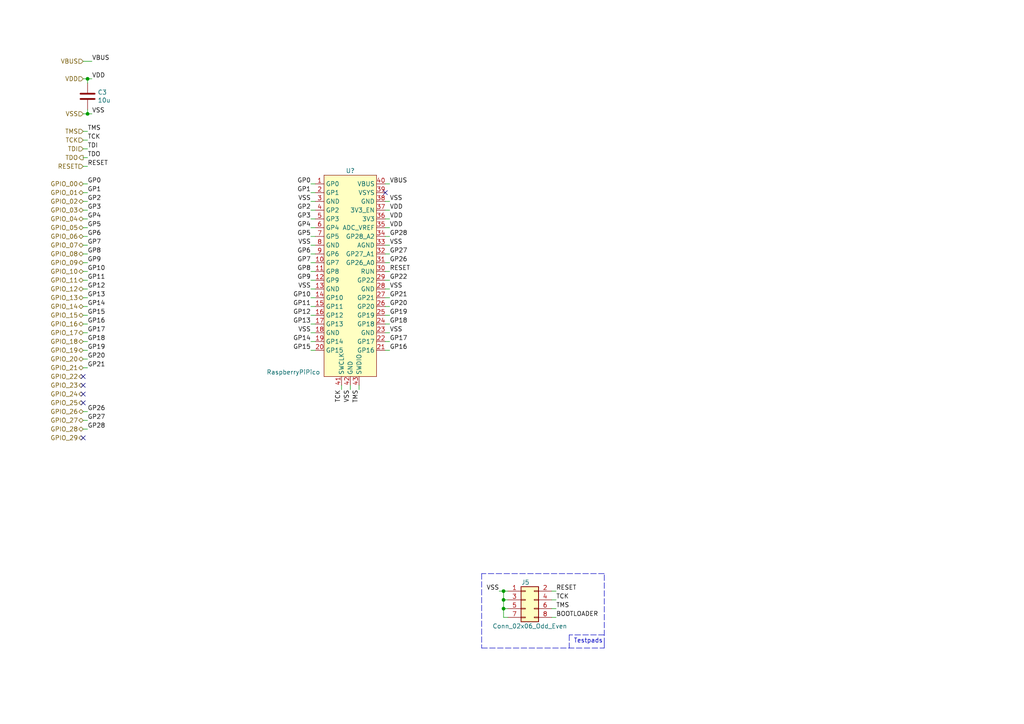
<source format=kicad_sch>
(kicad_sch (version 20211123) (generator eeschema)
  (paper "A4")
  (lib_symbols
    (symbol "Connector_Generic:Conn_02x04_Odd_Even" (pin_names (offset 1.016) hide)
      (property "Reference" "J" (at 1.27 5.08 0))
      (property "Value" "Conn_02x04_Odd_Even" (at 1.27 -7.62 0))
      (symbol "Conn_02x04_Odd_Even_1_1"
        (rectangle (start -1.27 -4.953) (end 0 -5.207) (stroke (width 0.1524)))
        (rectangle (start -1.27 -2.413) (end 0 -2.667) (stroke (width 0.1524)))
        (rectangle (start -1.27 0.127) (end 0 -0.127) (stroke (width 0.1524)))
        (rectangle (start -1.27 2.667) (end 0 2.413) (stroke (width 0.1524)))
        (rectangle (start -1.27 3.81) (end 3.81 -6.35) (stroke (width 0.254)) (fill (type background)))
        (rectangle (start 3.81 -4.953) (end 2.54 -5.207) (stroke (width 0.1524)))
        (rectangle (start 3.81 -2.413) (end 2.54 -2.667) (stroke (width 0.1524)))
        (rectangle (start 3.81 0.127) (end 2.54 -0.127) (stroke (width 0.1524)))
        (rectangle (start 3.81 2.667) (end 2.54 2.413) (stroke (width 0.1524)))
        (pin passive line (at -5.08 2.54 0) (length 3.81) (name "Pin_1") (number "1"))
        (pin passive line (at 7.62 2.54 180) (length 3.81) (name "Pin_2") (number "2"))
        (pin passive line (at -5.08 0 0) (length 3.81) (name "Pin_3") (number "3"))
        (pin passive line (at 7.62 0 180) (length 3.81) (name "Pin_4") (number "4"))
        (pin passive line (at -5.08 -2.54 0) (length 3.81) (name "Pin_5") (number "5"))
        (pin passive line (at 7.62 -2.54 180) (length 3.81) (name "Pin_6") (number "6"))
        (pin passive line (at -5.08 -5.08 0) (length 3.81) (name "Pin_7") (number "7"))
        (pin passive line (at 7.62 -5.08 180) (length 3.81) (name "Pin_8") (number "8"))
      )
    )
    (symbol "Device:C" (pin_numbers hide) (pin_names (offset 0.254))
      (property "Reference" "C" (at 0.635 2.54 0))
      (property "Value" "C" (at 0.635 -2.54 0))
      (symbol "C_0_1"
        (polyline (pts (xy -2.032 -0.762) (xy 2.032 -0.762)) (stroke (width 0.508)))
        (polyline (pts (xy -2.032 0.762) (xy 2.032 0.762)) (stroke (width 0.508)))
      )
      (symbol "C_1_1"
        (pin passive line (at 0 3.81 270) (length 2.794) (name "~") (number "1"))
        (pin passive line (at 0 -3.81 90) (length 2.794) (name "~") (number "2"))
      )
    )
    (symbol "SquantorModules:RaspberryPiPico"
      (property "Reference" "U" (at 0 27.94 0))
      (property "Value" "RaspberryPiPico" (at -16.51 -30.48 0))
      (symbol "RaspberryPiPico_0_1"
        (rectangle (start -7.62 26.67) (end 7.62 -31.75) (fill (type background)))
      )
      (symbol "RaspberryPiPico_1_1"
        (pin bidirectional line (at -10.16 24.13 0) (length 2.54) (name "GP0") (number "1"))
        (pin bidirectional line (at -10.16 1.27 0) (length 2.54) (name "GP7") (number "10"))
        (pin bidirectional line (at -10.16 -1.27 0) (length 2.54) (name "GP8") (number "11"))
        (pin bidirectional line (at -10.16 -3.81 0) (length 2.54) (name "GP9") (number "12"))
        (pin power_in line (at -10.16 -6.35 0) (length 2.54) (name "GND") (number "13"))
        (pin bidirectional line (at -10.16 -8.89 0) (length 2.54) (name "GP10") (number "14"))
        (pin bidirectional line (at -10.16 -11.43 0) (length 2.54) (name "GP11") (number "15"))
        (pin bidirectional line (at -10.16 -13.97 0) (length 2.54) (name "GP12") (number "16"))
        (pin bidirectional line (at -10.16 -16.51 0) (length 2.54) (name "GP13") (number "17"))
        (pin power_in line (at -10.16 -19.05 0) (length 2.54) (name "GND") (number "18"))
        (pin bidirectional line (at -10.16 -21.59 0) (length 2.54) (name "GP14") (number "19"))
        (pin bidirectional line (at -10.16 21.59 0) (length 2.54) (name "GP1") (number "2"))
        (pin bidirectional line (at -10.16 -24.13 0) (length 2.54) (name "GP15") (number "20"))
        (pin bidirectional line (at 10.16 -24.13 180) (length 2.54) (name "GP16") (number "21"))
        (pin bidirectional line (at 10.16 -21.59 180) (length 2.54) (name "GP17") (number "22"))
        (pin power_in line (at 10.16 -19.05 180) (length 2.54) (name "GND") (number "23"))
        (pin bidirectional line (at 10.16 -16.51 180) (length 2.54) (name "GP18") (number "24"))
        (pin bidirectional line (at 10.16 -13.97 180) (length 2.54) (name "GP19") (number "25"))
        (pin bidirectional line (at 10.16 -11.43 180) (length 2.54) (name "GP20") (number "26"))
        (pin bidirectional line (at 10.16 -8.89 180) (length 2.54) (name "GP21") (number "27"))
        (pin power_in line (at 10.16 -6.35 180) (length 2.54) (name "GND") (number "28"))
        (pin bidirectional line (at 10.16 -3.81 180) (length 2.54) (name "GP22") (number "29"))
        (pin power_in line (at -10.16 19.05 0) (length 2.54) (name "GND") (number "3"))
        (pin input line (at 10.16 -1.27 180) (length 2.54) (name "RUN") (number "30"))
        (pin bidirectional line (at 10.16 1.27 180) (length 2.54) (name "GP26_A0") (number "31"))
        (pin bidirectional line (at 10.16 3.81 180) (length 2.54) (name "GP27_A1") (number "32"))
        (pin power_in line (at 10.16 6.35 180) (length 2.54) (name "AGND") (number "33"))
        (pin bidirectional line (at 10.16 8.89 180) (length 2.54) (name "GP28_A2") (number "34"))
        (pin power_out line (at 10.16 11.43 180) (length 2.54) (name "ADC_VREF") (number "35"))
        (pin power_out line (at 10.16 13.97 180) (length 2.54) (name "3V3") (number "36"))
        (pin input line (at 10.16 16.51 180) (length 2.54) (name "3V3_EN") (number "37"))
        (pin power_out line (at 10.16 19.05 180) (length 2.54) (name "GND") (number "38"))
        (pin power_out line (at 10.16 21.59 180) (length 2.54) (name "VSYS") (number "39"))
        (pin bidirectional line (at -10.16 16.51 0) (length 2.54) (name "GP2") (number "4"))
        (pin power_out line (at 10.16 24.13 180) (length 2.54) (name "VBUS") (number "40"))
        (pin input line (at -2.54 -34.29 90) (length 2.54) (name "SWCLK") (number "41"))
        (pin power_in line (at 0 -34.29 90) (length 2.54) (name "GND") (number "42"))
        (pin bidirectional line (at 2.54 -34.29 90) (length 2.54) (name "SWDIO") (number "43"))
        (pin bidirectional line (at -10.16 13.97 0) (length 2.54) (name "GP3") (number "5"))
        (pin bidirectional line (at -10.16 11.43 0) (length 2.54) (name "GP4") (number "6"))
        (pin bidirectional line (at -10.16 8.89 0) (length 2.54) (name "GP5") (number "7"))
        (pin power_in line (at -10.16 6.35 0) (length 2.54) (name "GND") (number "8"))
        (pin bidirectional line (at -10.16 3.81 0) (length 2.54) (name "GP6") (number "9"))
      )
    )
  )
  (junction (at 146.05 171.45))
  (junction (at 146.05 173.99))
  (junction (at 146.05 176.53))
  (junction (at 25.4 33.02))
  (junction (at 25.4 22.86))
  (no_connect (at 24.13 109.22))
  (no_connect (at 111.76 55.88))
  (no_connect (at 24.13 116.84))
  (no_connect (at 24.13 111.76))
  (no_connect (at 24.13 127))
  (no_connect (at 24.13 114.3))
  (wire (pts (xy 111.76 76.2) (xy 113.03 76.2)))
  (wire (pts (xy 24.13 58.42) (xy 25.4 58.42)))
  (wire (pts (xy 146.05 171.45) (xy 147.32 171.45)))
  (wire (pts (xy 90.17 86.36) (xy 91.44 86.36)))
  (wire (pts (xy 111.76 71.12) (xy 113.03 71.12)))
  (wire (pts (xy 111.76 73.66) (xy 113.03 73.66)))
  (wire (pts (xy 24.13 104.14) (xy 25.4 104.14)))
  (polyline (pts (xy 175.26 186.69) (xy 175.26 187.96)))
  (wire (pts (xy 24.13 17.78) (xy 26.67 17.78)))
  (wire (pts (xy 160.02 171.45) (xy 161.29 171.45)))
  (wire (pts (xy 90.17 93.98) (xy 91.44 93.98)))
  (wire (pts (xy 24.13 99.06) (xy 25.4 99.06)))
  (polyline (pts (xy 139.7 187.96) (xy 175.26 187.96)))
  (wire (pts (xy 25.4 33.02) (xy 25.4 31.75)))
  (wire (pts (xy 111.76 88.9) (xy 113.03 88.9)))
  (wire (pts (xy 111.76 78.74) (xy 113.03 78.74)))
  (wire (pts (xy 111.76 81.28) (xy 113.03 81.28)))
  (wire (pts (xy 24.13 60.96) (xy 25.4 60.96)))
  (wire (pts (xy 24.13 38.1) (xy 25.4 38.1)))
  (wire (pts (xy 24.13 93.98) (xy 25.4 93.98)))
  (wire (pts (xy 90.17 60.96) (xy 91.44 60.96)))
  (wire (pts (xy 24.13 33.02) (xy 25.4 33.02)))
  (wire (pts (xy 111.76 68.58) (xy 113.03 68.58)))
  (wire (pts (xy 90.17 99.06) (xy 91.44 99.06)))
  (wire (pts (xy 146.05 176.53) (xy 146.05 179.07)))
  (wire (pts (xy 90.17 73.66) (xy 91.44 73.66)))
  (polyline (pts (xy 175.26 166.37) (xy 139.7 166.37)))
  (wire (pts (xy 24.13 63.5) (xy 25.4 63.5)))
  (wire (pts (xy 26.67 22.86) (xy 25.4 22.86)))
  (wire (pts (xy 24.13 121.92) (xy 25.4 121.92)))
  (wire (pts (xy 24.13 73.66) (xy 25.4 73.66)))
  (wire (pts (xy 24.13 88.9) (xy 25.4 88.9)))
  (wire (pts (xy 24.13 96.52) (xy 25.4 96.52)))
  (polyline (pts (xy 139.7 166.37) (xy 139.7 187.96)))
  (wire (pts (xy 111.76 66.04) (xy 113.03 66.04)))
  (wire (pts (xy 24.13 81.28) (xy 25.4 81.28)))
  (wire (pts (xy 160.02 179.07) (xy 161.29 179.07)))
  (wire (pts (xy 24.13 124.46) (xy 25.4 124.46)))
  (wire (pts (xy 111.76 101.6) (xy 113.03 101.6)))
  (wire (pts (xy 111.76 91.44) (xy 113.03 91.44)))
  (wire (pts (xy 99.06 111.76) (xy 99.06 113.03)))
  (wire (pts (xy 24.13 119.38) (xy 25.4 119.38)))
  (wire (pts (xy 90.17 76.2) (xy 91.44 76.2)))
  (wire (pts (xy 24.13 86.36) (xy 25.4 86.36)))
  (wire (pts (xy 146.05 173.99) (xy 146.05 176.53)))
  (wire (pts (xy 111.76 96.52) (xy 113.03 96.52)))
  (wire (pts (xy 24.13 53.34) (xy 25.4 53.34)))
  (polyline (pts (xy 175.26 184.15) (xy 165.1 184.15)))
  (wire (pts (xy 25.4 45.72) (xy 24.13 45.72)))
  (wire (pts (xy 90.17 91.44) (xy 91.44 91.44)))
  (wire (pts (xy 90.17 81.28) (xy 91.44 81.28)))
  (wire (pts (xy 24.13 91.44) (xy 25.4 91.44)))
  (wire (pts (xy 25.4 22.86) (xy 25.4 24.13)))
  (wire (pts (xy 90.17 88.9) (xy 91.44 88.9)))
  (wire (pts (xy 111.76 99.06) (xy 113.03 99.06)))
  (wire (pts (xy 26.67 33.02) (xy 25.4 33.02)))
  (wire (pts (xy 160.02 176.53) (xy 161.29 176.53)))
  (wire (pts (xy 90.17 58.42) (xy 91.44 58.42)))
  (wire (pts (xy 24.13 78.74) (xy 25.4 78.74)))
  (polyline (pts (xy 175.26 186.69) (xy 175.26 166.37)))
  (wire (pts (xy 111.76 63.5) (xy 113.03 63.5)))
  (wire (pts (xy 90.17 66.04) (xy 91.44 66.04)))
  (wire (pts (xy 90.17 68.58) (xy 91.44 68.58)))
  (wire (pts (xy 25.4 40.64) (xy 24.13 40.64)))
  (wire (pts (xy 104.14 111.76) (xy 104.14 113.03)))
  (wire (pts (xy 144.78 171.45) (xy 146.05 171.45)))
  (wire (pts (xy 24.13 106.68) (xy 25.4 106.68)))
  (wire (pts (xy 90.17 53.34) (xy 91.44 53.34)))
  (wire (pts (xy 160.02 173.99) (xy 161.29 173.99)))
  (wire (pts (xy 111.76 83.82) (xy 113.03 83.82)))
  (wire (pts (xy 24.13 48.26) (xy 25.4 48.26)))
  (wire (pts (xy 101.6 111.76) (xy 101.6 113.03)))
  (wire (pts (xy 24.13 68.58) (xy 25.4 68.58)))
  (wire (pts (xy 90.17 63.5) (xy 91.44 63.5)))
  (wire (pts (xy 24.13 43.18) (xy 25.4 43.18)))
  (wire (pts (xy 146.05 173.99) (xy 147.32 173.99)))
  (wire (pts (xy 146.05 176.53) (xy 147.32 176.53)))
  (wire (pts (xy 90.17 96.52) (xy 91.44 96.52)))
  (wire (pts (xy 90.17 83.82) (xy 91.44 83.82)))
  (wire (pts (xy 111.76 60.96) (xy 113.03 60.96)))
  (wire (pts (xy 90.17 101.6) (xy 91.44 101.6)))
  (wire (pts (xy 24.13 71.12) (xy 25.4 71.12)))
  (wire (pts (xy 146.05 171.45) (xy 146.05 173.99)))
  (wire (pts (xy 24.13 101.6) (xy 25.4 101.6)))
  (wire (pts (xy 111.76 86.36) (xy 113.03 86.36)))
  (wire (pts (xy 24.13 66.04) (xy 25.4 66.04)))
  (wire (pts (xy 24.13 22.86) (xy 25.4 22.86)))
  (wire (pts (xy 90.17 55.88) (xy 91.44 55.88)))
  (wire (pts (xy 111.76 58.42) (xy 113.03 58.42)))
  (wire (pts (xy 90.17 78.74) (xy 91.44 78.74)))
  (wire (pts (xy 111.76 53.34) (xy 113.03 53.34)))
  (wire (pts (xy 111.76 93.98) (xy 113.03 93.98)))
  (wire (pts (xy 24.13 83.82) (xy 25.4 83.82)))
  (polyline (pts (xy 165.1 184.15) (xy 165.1 187.96)))
  (wire (pts (xy 146.05 179.07) (xy 147.32 179.07)))
  (wire (pts (xy 90.17 71.12) (xy 91.44 71.12)))
  (wire (pts (xy 24.13 76.2) (xy 25.4 76.2)))
  (wire (pts (xy 24.13 55.88) (xy 25.4 55.88)))
  (text "Testpads" (at 166.37 186.69 0) (effects (font (size 1.27 1.27)) (justify left bottom)))
  (label "GP2" (at 90.17 60.96 180))
  (label "GP1" (at 25.4 55.88 0))
  (label "VSS" (at 101.6 113.03 270))
  (label "GP2" (at 25.4 58.42 0))
  (label "GP1" (at 90.17 55.88 180))
  (label "VDD" (at 113.03 63.5 0))
  (label "GP15" (at 25.4 91.44 0))
  (label "GP0" (at 90.17 53.34 180))
  (label "GP14" (at 25.4 88.9 0))
  (label "GP7" (at 25.4 71.12 0))
  (label "GP28" (at 113.03 68.58 0))
  (label "VSS" (at 113.03 71.12 0))
  (label "VSS" (at 90.17 58.42 180))
  (label "GP18" (at 113.03 93.98 0))
  (label "VSS" (at 113.03 96.52 0))
  (label "VDD" (at 26.67 22.86 0))
  (label "GP21" (at 25.4 106.68 0))
  (label "GP21" (at 113.03 86.36 0))
  (label "GP4" (at 90.17 66.04 180))
  (label "BOOTLOADER" (at 161.29 179.07 0))
  (label "TCK" (at 161.29 173.99 0))
  (label "VSS" (at 26.67 33.02 0))
  (label "GP4" (at 25.4 63.5 0))
  (label "GP16" (at 25.4 93.98 0))
  (label "GP11" (at 25.4 81.28 0))
  (label "TMS" (at 161.29 176.53 0))
  (label "GP6" (at 25.4 68.58 0))
  (label "GP12" (at 90.17 91.44 180))
  (label "VSS" (at 144.78 171.45 180))
  (label "GP7" (at 90.17 76.2 180))
  (label "RESET" (at 25.4 48.26 0))
  (label "GP22" (at 113.03 81.28 0))
  (label "GP5" (at 25.4 66.04 0))
  (label "RESET" (at 113.03 78.74 0))
  (label "GP9" (at 25.4 76.2 0))
  (label "GP17" (at 113.03 99.06 0))
  (label "VSS" (at 90.17 71.12 180))
  (label "GP16" (at 113.03 101.6 0))
  (label "VBUS" (at 26.67 17.78 0))
  (label "VSS" (at 113.03 83.82 0))
  (label "GP20" (at 113.03 88.9 0))
  (label "GP10" (at 25.4 78.74 0))
  (label "GP13" (at 90.17 93.98 180))
  (label "VDD" (at 113.03 60.96 0))
  (label "GP14" (at 90.17 99.06 180))
  (label "TCK" (at 25.4 40.64 0))
  (label "GP26" (at 113.03 76.2 0))
  (label "VDD" (at 113.03 66.04 0))
  (label "GP28" (at 25.4 124.46 0))
  (label "GP26" (at 25.4 119.38 0))
  (label "GP0" (at 25.4 53.34 0))
  (label "GP13" (at 25.4 86.36 0))
  (label "GP15" (at 90.17 101.6 180))
  (label "GP12" (at 25.4 83.82 0))
  (label "TCK" (at 99.06 113.03 270))
  (label "GP5" (at 90.17 68.58 180))
  (label "GP19" (at 25.4 101.6 0))
  (label "TDO" (at 25.4 45.72 0))
  (label "GP8" (at 90.17 78.74 180))
  (label "GP3" (at 25.4 60.96 0))
  (label "VBUS" (at 113.03 53.34 0))
  (label "GP27" (at 25.4 121.92 0))
  (label "GP20" (at 25.4 104.14 0))
  (label "VSS" (at 113.03 58.42 0))
  (label "GP6" (at 90.17 73.66 180))
  (label "TMS" (at 25.4 38.1 0))
  (label "TMS" (at 104.14 113.03 270))
  (label "GP10" (at 90.17 86.36 180))
  (label "GP18" (at 25.4 99.06 0))
  (label "GP19" (at 113.03 91.44 0))
  (label "GP17" (at 25.4 96.52 0))
  (label "TDI" (at 25.4 43.18 0))
  (label "GP8" (at 25.4 73.66 0))
  (label "VSS" (at 90.17 96.52 180))
  (label "VSS" (at 90.17 83.82 180))
  (label "GP11" (at 90.17 88.9 180))
  (label "GP27" (at 113.03 73.66 0))
  (label "GP9" (at 90.17 81.28 180))
  (label "GP3" (at 90.17 63.5 180))
  (label "RESET" (at 161.29 171.45 0))
  (hierarchical_label "GPIO_16" (shape bidirectional) (at 24.13 93.98 180))
  (hierarchical_label "VBUS" (shape input) (at 24.13 17.78 180))
  (hierarchical_label "GPIO_17" (shape bidirectional) (at 24.13 96.52 180))
  (hierarchical_label "GPIO_20" (shape bidirectional) (at 24.13 104.14 180))
  (hierarchical_label "GPIO_18" (shape bidirectional) (at 24.13 99.06 180))
  (hierarchical_label "GPIO_02" (shape bidirectional) (at 24.13 58.42 180))
  (hierarchical_label "GPIO_01" (shape bidirectional) (at 24.13 55.88 180))
  (hierarchical_label "GPIO_12" (shape bidirectional) (at 24.13 83.82 180))
  (hierarchical_label "TCK" (shape input) (at 24.13 40.64 180))
  (hierarchical_label "GPIO_24" (shape bidirectional) (at 24.13 114.3 180))
  (hierarchical_label "TDO" (shape output) (at 24.13 45.72 180))
  (hierarchical_label "GPIO_10" (shape bidirectional) (at 24.13 78.74 180))
  (hierarchical_label "GPIO_05" (shape bidirectional) (at 24.13 66.04 180))
  (hierarchical_label "GPIO_00" (shape bidirectional) (at 24.13 53.34 180))
  (hierarchical_label "RESET" (shape input) (at 24.13 48.26 180))
  (hierarchical_label "GPIO_23" (shape bidirectional) (at 24.13 111.76 180))
  (hierarchical_label "GPIO_09" (shape bidirectional) (at 24.13 76.2 180))
  (hierarchical_label "GPIO_13" (shape bidirectional) (at 24.13 86.36 180))
  (hierarchical_label "TMS" (shape input) (at 24.13 38.1 180))
  (hierarchical_label "GPIO_11" (shape bidirectional) (at 24.13 81.28 180))
  (hierarchical_label "TDI" (shape input) (at 24.13 43.18 180))
  (hierarchical_label "GPIO_04" (shape bidirectional) (at 24.13 63.5 180))
  (hierarchical_label "GPIO_15" (shape bidirectional) (at 24.13 91.44 180))
  (hierarchical_label "GPIO_14" (shape bidirectional) (at 24.13 88.9 180))
  (hierarchical_label "VDD" (shape input) (at 24.13 22.86 180))
  (hierarchical_label "GPIO_21" (shape bidirectional) (at 24.13 106.68 180))
  (hierarchical_label "GPIO_28" (shape bidirectional) (at 24.13 124.46 180))
  (hierarchical_label "GPIO_07" (shape bidirectional) (at 24.13 71.12 180))
  (hierarchical_label "GPIO_08" (shape bidirectional) (at 24.13 73.66 180))
  (hierarchical_label "GPIO_25" (shape bidirectional) (at 24.13 116.84 180))
  (hierarchical_label "GPIO_03" (shape bidirectional) (at 24.13 60.96 180))
  (hierarchical_label "GPIO_22" (shape bidirectional) (at 24.13 109.22 180))
  (hierarchical_label "VSS" (shape input) (at 24.13 33.02 180))
  (hierarchical_label "GPIO_29" (shape bidirectional) (at 24.13 127 180))
  (hierarchical_label "GPIO_26" (shape bidirectional) (at 24.13 119.38 180))
  (hierarchical_label "GPIO_19" (shape bidirectional) (at 24.13 101.6 180))
  (hierarchical_label "GPIO_06" (shape bidirectional) (at 24.13 68.58 180))
  (hierarchical_label "GPIO_27" (shape bidirectional) (at 24.13 121.92 180))
  (symbol (lib_id "Device:C") (at 25.4 27.94 0) (unit 1)
    (property "Reference" "C3" (at 28.321 26.7716 0) (effects (justify left)))
    (property "Value" "10u" (at 28.321 29.083 0) (effects (justify left)))
    (property "Footprint" "SquantorRcl:C_0603" (effects hide))
  )
  (symbol (lib_id "Connector_Generic:Conn_02x04_Odd_Even") (at 152.4 173.99 0) (unit 1)
    (property "Reference" "J5" (at 152.4 168.91 0))
    (property "Value" "Conn_02x06_Odd_Even" (at 153.67 181.61 0))
    (property "Footprint" "SquantorConnectors:Header-0127-2X04-H006" (effects hide))
  )
  (symbol (lib_id "SquantorModules:RaspberryPiPico") (at 101.6 77.47 0) (unit 1)
    (property "Reference" "U?" (at 101.6 49.53 0))
    (property "Value" "RaspberryPiPico" (at 85.09 107.95 0))
  )
)
</source>
